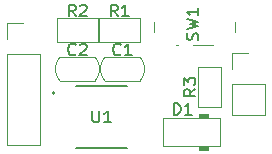
<source format=gbr>
%TF.GenerationSoftware,KiCad,Pcbnew,9.0.5*%
%TF.CreationDate,2025-11-16T03:13:01+01:00*%
%TF.ProjectId,LINBoard,4c494e42-6f61-4726-942e-6b696361645f,v1.0*%
%TF.SameCoordinates,Original*%
%TF.FileFunction,Legend,Top*%
%TF.FilePolarity,Positive*%
%FSLAX46Y46*%
G04 Gerber Fmt 4.6, Leading zero omitted, Abs format (unit mm)*
G04 Created by KiCad (PCBNEW 9.0.5) date 2025-11-16 03:13:01*
%MOMM*%
%LPD*%
G01*
G04 APERTURE LIST*
%ADD10C,0.187747*%
%ADD11C,0.150000*%
%ADD12C,0.120000*%
%ADD13C,0.100000*%
%ADD14C,0.152400*%
G04 APERTURE END LIST*
D10*
X81373873Y-58674000D02*
G75*
G02*
X81186127Y-58674000I-93873J0D01*
G01*
X81186127Y-58674000D02*
G75*
G02*
X81373873Y-58674000I93873J0D01*
G01*
D11*
X83145333Y-52194619D02*
X82812000Y-51718428D01*
X82573905Y-52194619D02*
X82573905Y-51194619D01*
X82573905Y-51194619D02*
X82954857Y-51194619D01*
X82954857Y-51194619D02*
X83050095Y-51242238D01*
X83050095Y-51242238D02*
X83097714Y-51289857D01*
X83097714Y-51289857D02*
X83145333Y-51385095D01*
X83145333Y-51385095D02*
X83145333Y-51527952D01*
X83145333Y-51527952D02*
X83097714Y-51623190D01*
X83097714Y-51623190D02*
X83050095Y-51670809D01*
X83050095Y-51670809D02*
X82954857Y-51718428D01*
X82954857Y-51718428D02*
X82573905Y-51718428D01*
X83526286Y-51289857D02*
X83573905Y-51242238D01*
X83573905Y-51242238D02*
X83669143Y-51194619D01*
X83669143Y-51194619D02*
X83907238Y-51194619D01*
X83907238Y-51194619D02*
X84002476Y-51242238D01*
X84002476Y-51242238D02*
X84050095Y-51289857D01*
X84050095Y-51289857D02*
X84097714Y-51385095D01*
X84097714Y-51385095D02*
X84097714Y-51480333D01*
X84097714Y-51480333D02*
X84050095Y-51623190D01*
X84050095Y-51623190D02*
X83478667Y-52194619D01*
X83478667Y-52194619D02*
X84097714Y-52194619D01*
X91463905Y-60525819D02*
X91463905Y-59525819D01*
X91463905Y-59525819D02*
X91702000Y-59525819D01*
X91702000Y-59525819D02*
X91844857Y-59573438D01*
X91844857Y-59573438D02*
X91940095Y-59668676D01*
X91940095Y-59668676D02*
X91987714Y-59763914D01*
X91987714Y-59763914D02*
X92035333Y-59954390D01*
X92035333Y-59954390D02*
X92035333Y-60097247D01*
X92035333Y-60097247D02*
X91987714Y-60287723D01*
X91987714Y-60287723D02*
X91940095Y-60382961D01*
X91940095Y-60382961D02*
X91844857Y-60478200D01*
X91844857Y-60478200D02*
X91702000Y-60525819D01*
X91702000Y-60525819D02*
X91463905Y-60525819D01*
X92987714Y-60525819D02*
X92416286Y-60525819D01*
X92702000Y-60525819D02*
X92702000Y-59525819D01*
X92702000Y-59525819D02*
X92606762Y-59668676D01*
X92606762Y-59668676D02*
X92511524Y-59763914D01*
X92511524Y-59763914D02*
X92416286Y-59811533D01*
X93498200Y-54165332D02*
X93545819Y-54022475D01*
X93545819Y-54022475D02*
X93545819Y-53784380D01*
X93545819Y-53784380D02*
X93498200Y-53689142D01*
X93498200Y-53689142D02*
X93450580Y-53641523D01*
X93450580Y-53641523D02*
X93355342Y-53593904D01*
X93355342Y-53593904D02*
X93260104Y-53593904D01*
X93260104Y-53593904D02*
X93164866Y-53641523D01*
X93164866Y-53641523D02*
X93117247Y-53689142D01*
X93117247Y-53689142D02*
X93069628Y-53784380D01*
X93069628Y-53784380D02*
X93022009Y-53974856D01*
X93022009Y-53974856D02*
X92974390Y-54070094D01*
X92974390Y-54070094D02*
X92926771Y-54117713D01*
X92926771Y-54117713D02*
X92831533Y-54165332D01*
X92831533Y-54165332D02*
X92736295Y-54165332D01*
X92736295Y-54165332D02*
X92641057Y-54117713D01*
X92641057Y-54117713D02*
X92593438Y-54070094D01*
X92593438Y-54070094D02*
X92545819Y-53974856D01*
X92545819Y-53974856D02*
X92545819Y-53736761D01*
X92545819Y-53736761D02*
X92593438Y-53593904D01*
X92545819Y-53260570D02*
X93545819Y-53022475D01*
X93545819Y-53022475D02*
X92831533Y-52831999D01*
X92831533Y-52831999D02*
X93545819Y-52641523D01*
X93545819Y-52641523D02*
X92545819Y-52403428D01*
X93545819Y-51498666D02*
X93545819Y-52070094D01*
X93545819Y-51784380D02*
X92545819Y-51784380D01*
X92545819Y-51784380D02*
X92688676Y-51879618D01*
X92688676Y-51879618D02*
X92783914Y-51974856D01*
X92783914Y-51974856D02*
X92831533Y-52070094D01*
X86955333Y-55401380D02*
X86907714Y-55449000D01*
X86907714Y-55449000D02*
X86764857Y-55496619D01*
X86764857Y-55496619D02*
X86669619Y-55496619D01*
X86669619Y-55496619D02*
X86526762Y-55449000D01*
X86526762Y-55449000D02*
X86431524Y-55353761D01*
X86431524Y-55353761D02*
X86383905Y-55258523D01*
X86383905Y-55258523D02*
X86336286Y-55068047D01*
X86336286Y-55068047D02*
X86336286Y-54925190D01*
X86336286Y-54925190D02*
X86383905Y-54734714D01*
X86383905Y-54734714D02*
X86431524Y-54639476D01*
X86431524Y-54639476D02*
X86526762Y-54544238D01*
X86526762Y-54544238D02*
X86669619Y-54496619D01*
X86669619Y-54496619D02*
X86764857Y-54496619D01*
X86764857Y-54496619D02*
X86907714Y-54544238D01*
X86907714Y-54544238D02*
X86955333Y-54591857D01*
X87907714Y-55496619D02*
X87336286Y-55496619D01*
X87622000Y-55496619D02*
X87622000Y-54496619D01*
X87622000Y-54496619D02*
X87526762Y-54639476D01*
X87526762Y-54639476D02*
X87431524Y-54734714D01*
X87431524Y-54734714D02*
X87336286Y-54782333D01*
X83145333Y-55401380D02*
X83097714Y-55449000D01*
X83097714Y-55449000D02*
X82954857Y-55496619D01*
X82954857Y-55496619D02*
X82859619Y-55496619D01*
X82859619Y-55496619D02*
X82716762Y-55449000D01*
X82716762Y-55449000D02*
X82621524Y-55353761D01*
X82621524Y-55353761D02*
X82573905Y-55258523D01*
X82573905Y-55258523D02*
X82526286Y-55068047D01*
X82526286Y-55068047D02*
X82526286Y-54925190D01*
X82526286Y-54925190D02*
X82573905Y-54734714D01*
X82573905Y-54734714D02*
X82621524Y-54639476D01*
X82621524Y-54639476D02*
X82716762Y-54544238D01*
X82716762Y-54544238D02*
X82859619Y-54496619D01*
X82859619Y-54496619D02*
X82954857Y-54496619D01*
X82954857Y-54496619D02*
X83097714Y-54544238D01*
X83097714Y-54544238D02*
X83145333Y-54591857D01*
X83526286Y-54591857D02*
X83573905Y-54544238D01*
X83573905Y-54544238D02*
X83669143Y-54496619D01*
X83669143Y-54496619D02*
X83907238Y-54496619D01*
X83907238Y-54496619D02*
X84002476Y-54544238D01*
X84002476Y-54544238D02*
X84050095Y-54591857D01*
X84050095Y-54591857D02*
X84097714Y-54687095D01*
X84097714Y-54687095D02*
X84097714Y-54782333D01*
X84097714Y-54782333D02*
X84050095Y-54925190D01*
X84050095Y-54925190D02*
X83478667Y-55496619D01*
X83478667Y-55496619D02*
X84097714Y-55496619D01*
X93291819Y-58332666D02*
X92815628Y-58665999D01*
X93291819Y-58904094D02*
X92291819Y-58904094D01*
X92291819Y-58904094D02*
X92291819Y-58523142D01*
X92291819Y-58523142D02*
X92339438Y-58427904D01*
X92339438Y-58427904D02*
X92387057Y-58380285D01*
X92387057Y-58380285D02*
X92482295Y-58332666D01*
X92482295Y-58332666D02*
X92625152Y-58332666D01*
X92625152Y-58332666D02*
X92720390Y-58380285D01*
X92720390Y-58380285D02*
X92768009Y-58427904D01*
X92768009Y-58427904D02*
X92815628Y-58523142D01*
X92815628Y-58523142D02*
X92815628Y-58904094D01*
X92291819Y-57999332D02*
X92291819Y-57380285D01*
X92291819Y-57380285D02*
X92672771Y-57713618D01*
X92672771Y-57713618D02*
X92672771Y-57570761D01*
X92672771Y-57570761D02*
X92720390Y-57475523D01*
X92720390Y-57475523D02*
X92768009Y-57427904D01*
X92768009Y-57427904D02*
X92863247Y-57380285D01*
X92863247Y-57380285D02*
X93101342Y-57380285D01*
X93101342Y-57380285D02*
X93196580Y-57427904D01*
X93196580Y-57427904D02*
X93244200Y-57475523D01*
X93244200Y-57475523D02*
X93291819Y-57570761D01*
X93291819Y-57570761D02*
X93291819Y-57856475D01*
X93291819Y-57856475D02*
X93244200Y-57951713D01*
X93244200Y-57951713D02*
X93196580Y-57999332D01*
X86701333Y-52194619D02*
X86368000Y-51718428D01*
X86129905Y-52194619D02*
X86129905Y-51194619D01*
X86129905Y-51194619D02*
X86510857Y-51194619D01*
X86510857Y-51194619D02*
X86606095Y-51242238D01*
X86606095Y-51242238D02*
X86653714Y-51289857D01*
X86653714Y-51289857D02*
X86701333Y-51385095D01*
X86701333Y-51385095D02*
X86701333Y-51527952D01*
X86701333Y-51527952D02*
X86653714Y-51623190D01*
X86653714Y-51623190D02*
X86606095Y-51670809D01*
X86606095Y-51670809D02*
X86510857Y-51718428D01*
X86510857Y-51718428D02*
X86129905Y-51718428D01*
X87653714Y-52194619D02*
X87082286Y-52194619D01*
X87368000Y-52194619D02*
X87368000Y-51194619D01*
X87368000Y-51194619D02*
X87272762Y-51337476D01*
X87272762Y-51337476D02*
X87177524Y-51432714D01*
X87177524Y-51432714D02*
X87082286Y-51480333D01*
X84582095Y-60160819D02*
X84582095Y-60970342D01*
X84582095Y-60970342D02*
X84629714Y-61065580D01*
X84629714Y-61065580D02*
X84677333Y-61113200D01*
X84677333Y-61113200D02*
X84772571Y-61160819D01*
X84772571Y-61160819D02*
X84963047Y-61160819D01*
X84963047Y-61160819D02*
X85058285Y-61113200D01*
X85058285Y-61113200D02*
X85105904Y-61065580D01*
X85105904Y-61065580D02*
X85153523Y-60970342D01*
X85153523Y-60970342D02*
X85153523Y-60160819D01*
X86153523Y-61160819D02*
X85582095Y-61160819D01*
X85867809Y-61160819D02*
X85867809Y-60160819D01*
X85867809Y-60160819D02*
X85772571Y-60303676D01*
X85772571Y-60303676D02*
X85677333Y-60398914D01*
X85677333Y-60398914D02*
X85582095Y-60446533D01*
D12*
%TO.C,R2*%
X81612000Y-52340000D02*
X81612000Y-54340000D01*
X81612000Y-54340000D02*
X85012000Y-54340000D01*
X85012000Y-52340000D02*
X81612000Y-52340000D01*
X85012000Y-54340000D02*
X85012000Y-52340000D01*
%TO.C,D1*%
X90564000Y-60776000D02*
X90564000Y-63176000D01*
X90564000Y-63176000D02*
X95364000Y-63176000D01*
X95364000Y-60776000D02*
X90564000Y-60776000D01*
X95364000Y-63176000D02*
X95364000Y-60776000D01*
D13*
X94364000Y-60776000D02*
X93564000Y-60776000D01*
X93564000Y-60476000D01*
X94364000Y-60476000D01*
X94364000Y-60776000D01*
G36*
X94364000Y-60776000D02*
G01*
X93564000Y-60776000D01*
X93564000Y-60476000D01*
X94364000Y-60476000D01*
X94364000Y-60776000D01*
G37*
X94364000Y-63476000D02*
X93564000Y-63476000D01*
X93564000Y-63176000D01*
X94364000Y-63176000D01*
X94364000Y-63476000D01*
G36*
X94364000Y-63476000D02*
G01*
X93564000Y-63476000D01*
X93564000Y-63176000D01*
X94364000Y-63176000D01*
X94364000Y-63476000D01*
G37*
D12*
%TO.C,SW1*%
X89768000Y-53486000D02*
X89768000Y-52686000D01*
X91818000Y-54586000D02*
X91618000Y-54586000D01*
X94818000Y-54586000D02*
X93118000Y-54586000D01*
X96668000Y-53486000D02*
X96668000Y-52686000D01*
%TO.C,C1*%
X85622000Y-57642000D02*
X88622000Y-57642000D01*
X88622000Y-55642000D02*
X85622000Y-55642000D01*
X85622000Y-57642000D02*
G75*
G02*
X85622000Y-55642000I1122254J1000000D01*
G01*
X88622000Y-55642000D02*
G75*
G02*
X88622000Y-57642000I-1122254J-1000000D01*
G01*
%TO.C,C2*%
X81812000Y-57642000D02*
X84812000Y-57642000D01*
X84812000Y-55642000D02*
X81812000Y-55642000D01*
X81812000Y-57642000D02*
G75*
G02*
X81812000Y-55642000I1122254J1000000D01*
G01*
X84812000Y-55642000D02*
G75*
G02*
X84812000Y-57642000I-1122254J-1000000D01*
G01*
%TO.C,R3*%
X93488000Y-56466000D02*
X93488000Y-59866000D01*
X93488000Y-59866000D02*
X95488000Y-59866000D01*
X95488000Y-56466000D02*
X93488000Y-56466000D01*
X95488000Y-59866000D02*
X95488000Y-56466000D01*
%TO.C,J1*%
X96410000Y-55262000D02*
X97790000Y-55262000D01*
X96410000Y-56642000D02*
X96410000Y-55262000D01*
X96410000Y-57912000D02*
X96410000Y-60562000D01*
X96410000Y-57912000D02*
X99170000Y-57912000D01*
X96410000Y-60562000D02*
X99170000Y-60562000D01*
X99170000Y-57912000D02*
X99170000Y-60562000D01*
%TO.C,J2*%
X77360000Y-52722000D02*
X78740000Y-52722000D01*
X77360000Y-54102000D02*
X77360000Y-52722000D01*
X77360000Y-55372000D02*
X77360000Y-63102000D01*
X77360000Y-55372000D02*
X80120000Y-55372000D01*
X77360000Y-63102000D02*
X80120000Y-63102000D01*
X80120000Y-55372000D02*
X80120000Y-63102000D01*
%TO.C,R1*%
X85168000Y-52340000D02*
X85168000Y-54340000D01*
X85168000Y-54340000D02*
X88568000Y-54340000D01*
X88568000Y-52340000D02*
X85168000Y-52340000D01*
X88568000Y-54340000D02*
X88568000Y-52340000D01*
D14*
%TO.C,U1*%
X83223100Y-63334900D02*
X87464900Y-63334900D01*
X87464900Y-58077100D02*
X83223100Y-58077100D01*
%TD*%
M02*

</source>
